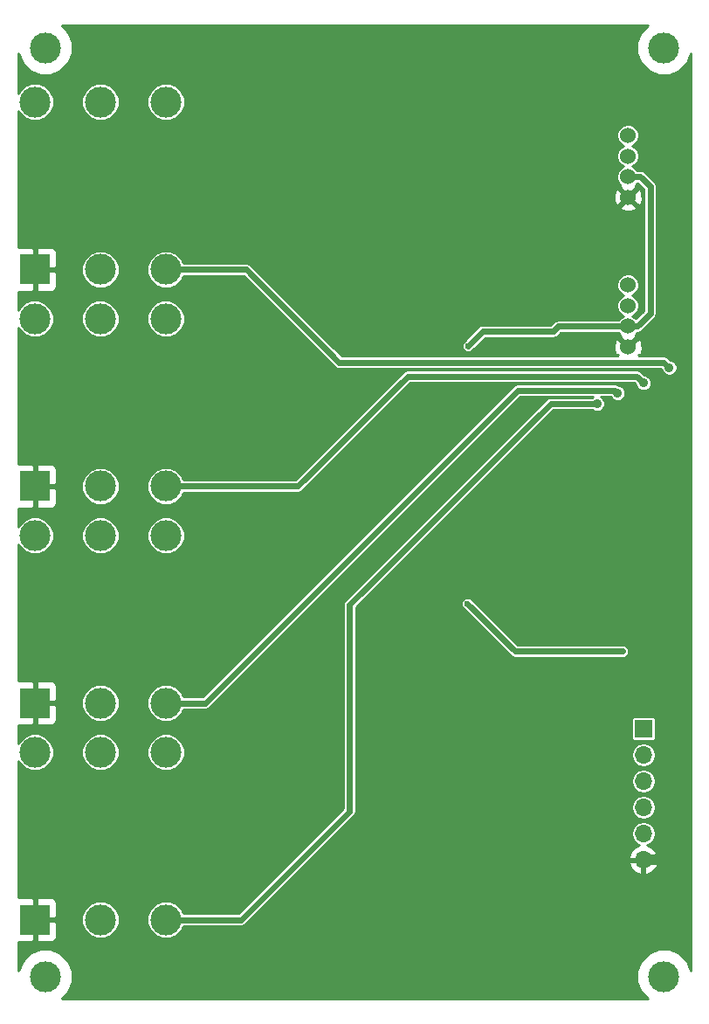
<source format=gbl>
G04 #@! TF.FileFunction,Copper,L2,Bot,Signal*
%FSLAX46Y46*%
G04 Gerber Fmt 4.6, Leading zero omitted, Abs format (unit mm)*
G04 Created by KiCad (PCBNEW 4.0.7) date 09/24/20 20:34:46*
%MOMM*%
%LPD*%
G01*
G04 APERTURE LIST*
%ADD10C,0.200000*%
%ADD11C,3.000000*%
%ADD12C,1.524000*%
%ADD13R,1.700000X1.700000*%
%ADD14O,1.700000X1.700000*%
%ADD15R,3.000000X3.000000*%
%ADD16C,0.600000*%
%ADD17C,0.500000*%
%ADD18C,0.889000*%
%ADD19C,0.600000*%
%ADD20C,1.000000*%
%ADD21C,0.254000*%
G04 APERTURE END LIST*
D10*
D11*
X214500000Y-81000000D03*
X214500000Y-171000000D03*
X154500000Y-171000000D03*
X154500000Y-81000000D03*
D12*
X211000000Y-104000000D03*
X211000000Y-106000000D03*
X211000000Y-108000000D03*
X211000000Y-110000000D03*
D13*
X212500000Y-147000000D03*
D14*
X212500000Y-149540000D03*
X212500000Y-152080000D03*
X212500000Y-154620000D03*
X212500000Y-157160000D03*
X212500000Y-159700000D03*
D12*
X211000000Y-89500000D03*
X211000000Y-91500000D03*
X211000000Y-93500000D03*
X211000000Y-95500000D03*
D11*
X159850000Y-86270000D03*
X166200000Y-86270000D03*
X153500000Y-86270000D03*
X159850000Y-102500000D03*
X166200000Y-102500000D03*
D15*
X153500000Y-102500000D03*
D11*
X159850000Y-107270000D03*
X166200000Y-107270000D03*
X153500000Y-107270000D03*
X159850000Y-123500000D03*
X166200000Y-123500000D03*
D15*
X153500000Y-123500000D03*
D11*
X159850000Y-128270000D03*
X166200000Y-128270000D03*
X153500000Y-128270000D03*
X159850000Y-144500000D03*
X166200000Y-144500000D03*
D15*
X153500000Y-144500000D03*
D11*
X159850000Y-149270000D03*
X166200000Y-149270000D03*
X153500000Y-149270000D03*
X159850000Y-165500000D03*
X166200000Y-165500000D03*
D15*
X153500000Y-165500000D03*
D16*
X210450000Y-139500000D03*
X195450000Y-134900000D03*
X195500000Y-109900000D03*
D17*
X203750000Y-108500000D03*
X213000000Y-143500000D03*
D18*
X215000000Y-112000000D03*
X212500000Y-113500000D03*
X210000000Y-114500000D03*
X208000000Y-115500000D03*
D19*
X203750000Y-108500000D02*
X196900000Y-108500000D01*
X200050000Y-139500000D02*
X210450000Y-139500000D01*
X195450000Y-134900000D02*
X200050000Y-139500000D01*
X196900000Y-108500000D02*
X195500000Y-109900000D01*
X204250000Y-108000000D02*
X211000000Y-108000000D01*
X203750000Y-108500000D02*
X204250000Y-108000000D01*
X211000000Y-93500000D02*
X212200000Y-93500000D01*
X211900000Y-108000000D02*
X211000000Y-108000000D01*
X213150000Y-106750000D02*
X211900000Y-108000000D01*
X213150000Y-94450000D02*
X213150000Y-106750000D01*
X212200000Y-93500000D02*
X213150000Y-94450000D01*
D20*
X213800000Y-159700000D02*
X212500000Y-159700000D01*
X215000000Y-158500000D02*
X213800000Y-159700000D01*
X215000000Y-145500000D02*
X215000000Y-158500000D01*
X213000000Y-143500000D02*
X215000000Y-145500000D01*
D19*
X174000000Y-102500000D02*
X166200000Y-102500000D01*
X183000000Y-111500000D02*
X174000000Y-102500000D01*
X214500000Y-111500000D02*
X183000000Y-111500000D01*
X215000000Y-112000000D02*
X214500000Y-111500000D01*
X179000000Y-123500000D02*
X166200000Y-123500000D01*
X189650000Y-112850000D02*
X179000000Y-123500000D01*
X211850000Y-112850000D02*
X189650000Y-112850000D01*
X212500000Y-113500000D02*
X211850000Y-112850000D01*
X170000000Y-144500000D02*
X166200000Y-144500000D01*
X200300000Y-114200000D02*
X170000000Y-144500000D01*
X209700000Y-114200000D02*
X200300000Y-114200000D01*
X210000000Y-114500000D02*
X209700000Y-114200000D01*
X173500000Y-165500000D02*
X166200000Y-165500000D01*
X184000000Y-155000000D02*
X173500000Y-165500000D01*
X184000000Y-135000000D02*
X184000000Y-155000000D01*
X203500000Y-115500000D02*
X184000000Y-135000000D01*
X208000000Y-115500000D02*
X203500000Y-115500000D01*
D21*
G36*
X212274236Y-79509981D02*
X211873457Y-80475165D01*
X211872545Y-81520250D01*
X212271639Y-82486132D01*
X213009981Y-83225764D01*
X213975165Y-83626543D01*
X215020250Y-83627455D01*
X215986132Y-83228361D01*
X216725764Y-82490019D01*
X217122494Y-81534586D01*
X217123000Y-81537131D01*
X217123000Y-170462869D01*
X217122181Y-170466986D01*
X216728361Y-169513868D01*
X215990019Y-168774236D01*
X215024835Y-168373457D01*
X213979750Y-168372545D01*
X213013868Y-168771639D01*
X212274236Y-169509981D01*
X211873457Y-170475165D01*
X211872545Y-171520250D01*
X212271639Y-172486132D01*
X212907396Y-173123000D01*
X156091677Y-173123000D01*
X156725764Y-172490019D01*
X157126543Y-171524835D01*
X157127455Y-170479750D01*
X156728361Y-169513868D01*
X155990019Y-168774236D01*
X155024835Y-168373457D01*
X153979750Y-168372545D01*
X153013868Y-168771639D01*
X152274236Y-169509981D01*
X151877506Y-170465414D01*
X151877000Y-170462869D01*
X151877000Y-167635000D01*
X153214250Y-167635000D01*
X153373000Y-167476250D01*
X153373000Y-165627000D01*
X153627000Y-165627000D01*
X153627000Y-167476250D01*
X153785750Y-167635000D01*
X155126310Y-167635000D01*
X155359699Y-167538327D01*
X155538327Y-167359698D01*
X155635000Y-167126309D01*
X155635000Y-165861818D01*
X158022684Y-165861818D01*
X158300242Y-166533560D01*
X158813736Y-167047952D01*
X159484993Y-167326682D01*
X160211818Y-167327316D01*
X160883560Y-167049758D01*
X161397952Y-166536264D01*
X161676682Y-165865007D01*
X161677316Y-165138182D01*
X161399758Y-164466440D01*
X160886264Y-163952048D01*
X160215007Y-163673318D01*
X159488182Y-163672684D01*
X158816440Y-163950242D01*
X158302048Y-164463736D01*
X158023318Y-165134993D01*
X158022684Y-165861818D01*
X155635000Y-165861818D01*
X155635000Y-165785750D01*
X155476250Y-165627000D01*
X153627000Y-165627000D01*
X153373000Y-165627000D01*
X153353000Y-165627000D01*
X153353000Y-165373000D01*
X153373000Y-165373000D01*
X153373000Y-163523750D01*
X153627000Y-163523750D01*
X153627000Y-165373000D01*
X155476250Y-165373000D01*
X155635000Y-165214250D01*
X155635000Y-163873691D01*
X155538327Y-163640302D01*
X155359699Y-163461673D01*
X155126310Y-163365000D01*
X153785750Y-163365000D01*
X153627000Y-163523750D01*
X153373000Y-163523750D01*
X153214250Y-163365000D01*
X151877000Y-163365000D01*
X151877000Y-150126301D01*
X151950242Y-150303560D01*
X152463736Y-150817952D01*
X153134993Y-151096682D01*
X153861818Y-151097316D01*
X154533560Y-150819758D01*
X155047952Y-150306264D01*
X155326682Y-149635007D01*
X155326684Y-149631818D01*
X158022684Y-149631818D01*
X158300242Y-150303560D01*
X158813736Y-150817952D01*
X159484993Y-151096682D01*
X160211818Y-151097316D01*
X160883560Y-150819758D01*
X161397952Y-150306264D01*
X161676682Y-149635007D01*
X161676684Y-149631818D01*
X164372684Y-149631818D01*
X164650242Y-150303560D01*
X165163736Y-150817952D01*
X165834993Y-151096682D01*
X166561818Y-151097316D01*
X167233560Y-150819758D01*
X167747952Y-150306264D01*
X168026682Y-149635007D01*
X168027316Y-148908182D01*
X167749758Y-148236440D01*
X167236264Y-147722048D01*
X166565007Y-147443318D01*
X165838182Y-147442684D01*
X165166440Y-147720242D01*
X164652048Y-148233736D01*
X164373318Y-148904993D01*
X164372684Y-149631818D01*
X161676684Y-149631818D01*
X161677316Y-148908182D01*
X161399758Y-148236440D01*
X160886264Y-147722048D01*
X160215007Y-147443318D01*
X159488182Y-147442684D01*
X158816440Y-147720242D01*
X158302048Y-148233736D01*
X158023318Y-148904993D01*
X158022684Y-149631818D01*
X155326684Y-149631818D01*
X155327316Y-148908182D01*
X155049758Y-148236440D01*
X154536264Y-147722048D01*
X153865007Y-147443318D01*
X153138182Y-147442684D01*
X152466440Y-147720242D01*
X151952048Y-148233736D01*
X151877000Y-148414472D01*
X151877000Y-146635000D01*
X153214250Y-146635000D01*
X153373000Y-146476250D01*
X153373000Y-144627000D01*
X153627000Y-144627000D01*
X153627000Y-146476250D01*
X153785750Y-146635000D01*
X155126310Y-146635000D01*
X155359699Y-146538327D01*
X155538327Y-146359698D01*
X155635000Y-146126309D01*
X155635000Y-144861818D01*
X158022684Y-144861818D01*
X158300242Y-145533560D01*
X158813736Y-146047952D01*
X159484993Y-146326682D01*
X160211818Y-146327316D01*
X160883560Y-146049758D01*
X161397952Y-145536264D01*
X161676682Y-144865007D01*
X161676684Y-144861818D01*
X164372684Y-144861818D01*
X164650242Y-145533560D01*
X165163736Y-146047952D01*
X165834993Y-146326682D01*
X166561818Y-146327316D01*
X167233560Y-146049758D01*
X167747952Y-145536264D01*
X167917893Y-145127000D01*
X170000000Y-145127000D01*
X170239943Y-145079272D01*
X170443356Y-144943356D01*
X200559712Y-114827000D01*
X207608499Y-114827000D01*
X207563551Y-114845572D01*
X207536075Y-114873000D01*
X203500000Y-114873000D01*
X203260057Y-114920728D01*
X203056644Y-115056644D01*
X183556644Y-134556644D01*
X183420728Y-134760057D01*
X183373000Y-135000000D01*
X183373000Y-154740288D01*
X173240288Y-164873000D01*
X167917745Y-164873000D01*
X167749758Y-164466440D01*
X167236264Y-163952048D01*
X166565007Y-163673318D01*
X165838182Y-163672684D01*
X165166440Y-163950242D01*
X164652048Y-164463736D01*
X164373318Y-165134993D01*
X164372684Y-165861818D01*
X164650242Y-166533560D01*
X165163736Y-167047952D01*
X165834993Y-167326682D01*
X166561818Y-167327316D01*
X167233560Y-167049758D01*
X167747952Y-166536264D01*
X167917893Y-166127000D01*
X173500000Y-166127000D01*
X173739943Y-166079272D01*
X173943356Y-165943356D01*
X179829822Y-160056890D01*
X211058524Y-160056890D01*
X211228355Y-160466924D01*
X211618642Y-160895183D01*
X212143108Y-161141486D01*
X212373000Y-161020819D01*
X212373000Y-159827000D01*
X212627000Y-159827000D01*
X212627000Y-161020819D01*
X212856892Y-161141486D01*
X213381358Y-160895183D01*
X213771645Y-160466924D01*
X213941476Y-160056890D01*
X213820155Y-159827000D01*
X212627000Y-159827000D01*
X212373000Y-159827000D01*
X211179845Y-159827000D01*
X211058524Y-160056890D01*
X179829822Y-160056890D01*
X180543602Y-159343110D01*
X211058524Y-159343110D01*
X211179845Y-159573000D01*
X212373000Y-159573000D01*
X212373000Y-159553000D01*
X212627000Y-159553000D01*
X212627000Y-159573000D01*
X213820155Y-159573000D01*
X213941476Y-159343110D01*
X213771645Y-158933076D01*
X213381358Y-158504817D01*
X212874965Y-158267001D01*
X212973477Y-158247406D01*
X213355324Y-157992265D01*
X213610465Y-157610418D01*
X213700059Y-157160000D01*
X213610465Y-156709582D01*
X213355324Y-156327735D01*
X212973477Y-156072594D01*
X212523059Y-155983000D01*
X212476941Y-155983000D01*
X212026523Y-156072594D01*
X211644676Y-156327735D01*
X211389535Y-156709582D01*
X211299941Y-157160000D01*
X211389535Y-157610418D01*
X211644676Y-157992265D01*
X212026523Y-158247406D01*
X212125035Y-158267001D01*
X211618642Y-158504817D01*
X211228355Y-158933076D01*
X211058524Y-159343110D01*
X180543602Y-159343110D01*
X184443356Y-155443356D01*
X184579272Y-155239943D01*
X184627000Y-155000000D01*
X184627000Y-154620000D01*
X211299941Y-154620000D01*
X211389535Y-155070418D01*
X211644676Y-155452265D01*
X212026523Y-155707406D01*
X212476941Y-155797000D01*
X212523059Y-155797000D01*
X212973477Y-155707406D01*
X213355324Y-155452265D01*
X213610465Y-155070418D01*
X213700059Y-154620000D01*
X213610465Y-154169582D01*
X213355324Y-153787735D01*
X212973477Y-153532594D01*
X212523059Y-153443000D01*
X212476941Y-153443000D01*
X212026523Y-153532594D01*
X211644676Y-153787735D01*
X211389535Y-154169582D01*
X211299941Y-154620000D01*
X184627000Y-154620000D01*
X184627000Y-152080000D01*
X211299941Y-152080000D01*
X211389535Y-152530418D01*
X211644676Y-152912265D01*
X212026523Y-153167406D01*
X212476941Y-153257000D01*
X212523059Y-153257000D01*
X212973477Y-153167406D01*
X213355324Y-152912265D01*
X213610465Y-152530418D01*
X213700059Y-152080000D01*
X213610465Y-151629582D01*
X213355324Y-151247735D01*
X212973477Y-150992594D01*
X212523059Y-150903000D01*
X212476941Y-150903000D01*
X212026523Y-150992594D01*
X211644676Y-151247735D01*
X211389535Y-151629582D01*
X211299941Y-152080000D01*
X184627000Y-152080000D01*
X184627000Y-149540000D01*
X211299941Y-149540000D01*
X211389535Y-149990418D01*
X211644676Y-150372265D01*
X212026523Y-150627406D01*
X212476941Y-150717000D01*
X212523059Y-150717000D01*
X212973477Y-150627406D01*
X213355324Y-150372265D01*
X213610465Y-149990418D01*
X213700059Y-149540000D01*
X213610465Y-149089582D01*
X213355324Y-148707735D01*
X212973477Y-148452594D01*
X212523059Y-148363000D01*
X212476941Y-148363000D01*
X212026523Y-148452594D01*
X211644676Y-148707735D01*
X211389535Y-149089582D01*
X211299941Y-149540000D01*
X184627000Y-149540000D01*
X184627000Y-146150000D01*
X211316594Y-146150000D01*
X211316594Y-147850000D01*
X211339395Y-147971179D01*
X211411012Y-148082474D01*
X211520286Y-148157138D01*
X211650000Y-148183406D01*
X213350000Y-148183406D01*
X213471179Y-148160605D01*
X213582474Y-148088988D01*
X213657138Y-147979714D01*
X213683406Y-147850000D01*
X213683406Y-146150000D01*
X213660605Y-146028821D01*
X213588988Y-145917526D01*
X213479714Y-145842862D01*
X213350000Y-145816594D01*
X211650000Y-145816594D01*
X211528821Y-145839395D01*
X211417526Y-145911012D01*
X211342862Y-146020286D01*
X211316594Y-146150000D01*
X184627000Y-146150000D01*
X184627000Y-135259712D01*
X184862541Y-135024171D01*
X194822891Y-135024171D01*
X194918145Y-135254703D01*
X195094369Y-135431235D01*
X195094632Y-135431344D01*
X199606644Y-139943356D01*
X199810057Y-140079272D01*
X200050000Y-140127000D01*
X210449453Y-140127000D01*
X210574171Y-140127109D01*
X210804703Y-140031855D01*
X210981235Y-139855631D01*
X211076891Y-139625265D01*
X211077109Y-139375829D01*
X210981855Y-139145297D01*
X210805631Y-138968765D01*
X210575265Y-138873109D01*
X210325829Y-138872891D01*
X210325565Y-138873000D01*
X200309712Y-138873000D01*
X195893743Y-134457031D01*
X195805631Y-134368765D01*
X195575265Y-134273109D01*
X195325829Y-134272891D01*
X195095297Y-134368145D01*
X194918765Y-134544369D01*
X194823109Y-134774735D01*
X194822891Y-135024171D01*
X184862541Y-135024171D01*
X203759712Y-116127000D01*
X207535791Y-116127000D01*
X207562410Y-116153665D01*
X207845866Y-116271366D01*
X208152788Y-116271634D01*
X208436449Y-116154428D01*
X208653665Y-115937590D01*
X208771366Y-115654134D01*
X208771634Y-115347212D01*
X208654428Y-115063551D01*
X208437590Y-114846335D01*
X208391026Y-114827000D01*
X209300349Y-114827000D01*
X209345572Y-114936449D01*
X209562410Y-115153665D01*
X209845866Y-115271366D01*
X210152788Y-115271634D01*
X210436449Y-115154428D01*
X210653665Y-114937590D01*
X210771366Y-114654134D01*
X210771634Y-114347212D01*
X210654428Y-114063551D01*
X210437590Y-113846335D01*
X210154134Y-113728634D01*
X210101367Y-113728588D01*
X210101035Y-113728366D01*
X209939943Y-113620728D01*
X209700000Y-113573000D01*
X200300000Y-113573000D01*
X200060058Y-113620727D01*
X199856644Y-113756644D01*
X169740288Y-143873000D01*
X167917745Y-143873000D01*
X167749758Y-143466440D01*
X167236264Y-142952048D01*
X166565007Y-142673318D01*
X165838182Y-142672684D01*
X165166440Y-142950242D01*
X164652048Y-143463736D01*
X164373318Y-144134993D01*
X164372684Y-144861818D01*
X161676684Y-144861818D01*
X161677316Y-144138182D01*
X161399758Y-143466440D01*
X160886264Y-142952048D01*
X160215007Y-142673318D01*
X159488182Y-142672684D01*
X158816440Y-142950242D01*
X158302048Y-143463736D01*
X158023318Y-144134993D01*
X158022684Y-144861818D01*
X155635000Y-144861818D01*
X155635000Y-144785750D01*
X155476250Y-144627000D01*
X153627000Y-144627000D01*
X153373000Y-144627000D01*
X153353000Y-144627000D01*
X153353000Y-144373000D01*
X153373000Y-144373000D01*
X153373000Y-142523750D01*
X153627000Y-142523750D01*
X153627000Y-144373000D01*
X155476250Y-144373000D01*
X155635000Y-144214250D01*
X155635000Y-142873691D01*
X155538327Y-142640302D01*
X155359699Y-142461673D01*
X155126310Y-142365000D01*
X153785750Y-142365000D01*
X153627000Y-142523750D01*
X153373000Y-142523750D01*
X153214250Y-142365000D01*
X151877000Y-142365000D01*
X151877000Y-129126301D01*
X151950242Y-129303560D01*
X152463736Y-129817952D01*
X153134993Y-130096682D01*
X153861818Y-130097316D01*
X154533560Y-129819758D01*
X155047952Y-129306264D01*
X155326682Y-128635007D01*
X155326684Y-128631818D01*
X158022684Y-128631818D01*
X158300242Y-129303560D01*
X158813736Y-129817952D01*
X159484993Y-130096682D01*
X160211818Y-130097316D01*
X160883560Y-129819758D01*
X161397952Y-129306264D01*
X161676682Y-128635007D01*
X161676684Y-128631818D01*
X164372684Y-128631818D01*
X164650242Y-129303560D01*
X165163736Y-129817952D01*
X165834993Y-130096682D01*
X166561818Y-130097316D01*
X167233560Y-129819758D01*
X167747952Y-129306264D01*
X168026682Y-128635007D01*
X168027316Y-127908182D01*
X167749758Y-127236440D01*
X167236264Y-126722048D01*
X166565007Y-126443318D01*
X165838182Y-126442684D01*
X165166440Y-126720242D01*
X164652048Y-127233736D01*
X164373318Y-127904993D01*
X164372684Y-128631818D01*
X161676684Y-128631818D01*
X161677316Y-127908182D01*
X161399758Y-127236440D01*
X160886264Y-126722048D01*
X160215007Y-126443318D01*
X159488182Y-126442684D01*
X158816440Y-126720242D01*
X158302048Y-127233736D01*
X158023318Y-127904993D01*
X158022684Y-128631818D01*
X155326684Y-128631818D01*
X155327316Y-127908182D01*
X155049758Y-127236440D01*
X154536264Y-126722048D01*
X153865007Y-126443318D01*
X153138182Y-126442684D01*
X152466440Y-126720242D01*
X151952048Y-127233736D01*
X151877000Y-127414472D01*
X151877000Y-125635000D01*
X153214250Y-125635000D01*
X153373000Y-125476250D01*
X153373000Y-123627000D01*
X153627000Y-123627000D01*
X153627000Y-125476250D01*
X153785750Y-125635000D01*
X155126310Y-125635000D01*
X155359699Y-125538327D01*
X155538327Y-125359698D01*
X155635000Y-125126309D01*
X155635000Y-123861818D01*
X158022684Y-123861818D01*
X158300242Y-124533560D01*
X158813736Y-125047952D01*
X159484993Y-125326682D01*
X160211818Y-125327316D01*
X160883560Y-125049758D01*
X161397952Y-124536264D01*
X161676682Y-123865007D01*
X161676684Y-123861818D01*
X164372684Y-123861818D01*
X164650242Y-124533560D01*
X165163736Y-125047952D01*
X165834993Y-125326682D01*
X166561818Y-125327316D01*
X167233560Y-125049758D01*
X167747952Y-124536264D01*
X167917893Y-124127000D01*
X179000000Y-124127000D01*
X179239943Y-124079272D01*
X179443356Y-123943356D01*
X189909712Y-113477000D01*
X211590288Y-113477000D01*
X211728399Y-113615111D01*
X211728366Y-113652788D01*
X211845572Y-113936449D01*
X212062410Y-114153665D01*
X212345866Y-114271366D01*
X212652788Y-114271634D01*
X212936449Y-114154428D01*
X213153665Y-113937590D01*
X213271366Y-113654134D01*
X213271634Y-113347212D01*
X213154428Y-113063551D01*
X212937590Y-112846335D01*
X212654134Y-112728634D01*
X212615312Y-112728600D01*
X212293356Y-112406644D01*
X212089943Y-112270728D01*
X211850000Y-112223000D01*
X189650000Y-112223000D01*
X189410057Y-112270728D01*
X189206644Y-112406644D01*
X178740288Y-122873000D01*
X167917745Y-122873000D01*
X167749758Y-122466440D01*
X167236264Y-121952048D01*
X166565007Y-121673318D01*
X165838182Y-121672684D01*
X165166440Y-121950242D01*
X164652048Y-122463736D01*
X164373318Y-123134993D01*
X164372684Y-123861818D01*
X161676684Y-123861818D01*
X161677316Y-123138182D01*
X161399758Y-122466440D01*
X160886264Y-121952048D01*
X160215007Y-121673318D01*
X159488182Y-121672684D01*
X158816440Y-121950242D01*
X158302048Y-122463736D01*
X158023318Y-123134993D01*
X158022684Y-123861818D01*
X155635000Y-123861818D01*
X155635000Y-123785750D01*
X155476250Y-123627000D01*
X153627000Y-123627000D01*
X153373000Y-123627000D01*
X153353000Y-123627000D01*
X153353000Y-123373000D01*
X153373000Y-123373000D01*
X153373000Y-121523750D01*
X153627000Y-121523750D01*
X153627000Y-123373000D01*
X155476250Y-123373000D01*
X155635000Y-123214250D01*
X155635000Y-121873691D01*
X155538327Y-121640302D01*
X155359699Y-121461673D01*
X155126310Y-121365000D01*
X153785750Y-121365000D01*
X153627000Y-121523750D01*
X153373000Y-121523750D01*
X153214250Y-121365000D01*
X151877000Y-121365000D01*
X151877000Y-108126301D01*
X151950242Y-108303560D01*
X152463736Y-108817952D01*
X153134993Y-109096682D01*
X153861818Y-109097316D01*
X154533560Y-108819758D01*
X155047952Y-108306264D01*
X155326682Y-107635007D01*
X155326684Y-107631818D01*
X158022684Y-107631818D01*
X158300242Y-108303560D01*
X158813736Y-108817952D01*
X159484993Y-109096682D01*
X160211818Y-109097316D01*
X160883560Y-108819758D01*
X161397952Y-108306264D01*
X161676682Y-107635007D01*
X161676684Y-107631818D01*
X164372684Y-107631818D01*
X164650242Y-108303560D01*
X165163736Y-108817952D01*
X165834993Y-109096682D01*
X166561818Y-109097316D01*
X167233560Y-108819758D01*
X167747952Y-108306264D01*
X168026682Y-107635007D01*
X168027316Y-106908182D01*
X167749758Y-106236440D01*
X167236264Y-105722048D01*
X166565007Y-105443318D01*
X165838182Y-105442684D01*
X165166440Y-105720242D01*
X164652048Y-106233736D01*
X164373318Y-106904993D01*
X164372684Y-107631818D01*
X161676684Y-107631818D01*
X161677316Y-106908182D01*
X161399758Y-106236440D01*
X160886264Y-105722048D01*
X160215007Y-105443318D01*
X159488182Y-105442684D01*
X158816440Y-105720242D01*
X158302048Y-106233736D01*
X158023318Y-106904993D01*
X158022684Y-107631818D01*
X155326684Y-107631818D01*
X155327316Y-106908182D01*
X155049758Y-106236440D01*
X154536264Y-105722048D01*
X153865007Y-105443318D01*
X153138182Y-105442684D01*
X152466440Y-105720242D01*
X151952048Y-106233736D01*
X151877000Y-106414472D01*
X151877000Y-104635000D01*
X153214250Y-104635000D01*
X153373000Y-104476250D01*
X153373000Y-102627000D01*
X153627000Y-102627000D01*
X153627000Y-104476250D01*
X153785750Y-104635000D01*
X155126310Y-104635000D01*
X155359699Y-104538327D01*
X155538327Y-104359698D01*
X155635000Y-104126309D01*
X155635000Y-102861818D01*
X158022684Y-102861818D01*
X158300242Y-103533560D01*
X158813736Y-104047952D01*
X159484993Y-104326682D01*
X160211818Y-104327316D01*
X160883560Y-104049758D01*
X161397952Y-103536264D01*
X161676682Y-102865007D01*
X161676684Y-102861818D01*
X164372684Y-102861818D01*
X164650242Y-103533560D01*
X165163736Y-104047952D01*
X165834993Y-104326682D01*
X166561818Y-104327316D01*
X167233560Y-104049758D01*
X167747952Y-103536264D01*
X167917893Y-103127000D01*
X173740288Y-103127000D01*
X182556644Y-111943356D01*
X182760057Y-112079272D01*
X183000000Y-112127000D01*
X214228389Y-112127000D01*
X214228366Y-112152788D01*
X214345572Y-112436449D01*
X214562410Y-112653665D01*
X214845866Y-112771366D01*
X215152788Y-112771634D01*
X215436449Y-112654428D01*
X215653665Y-112437590D01*
X215771366Y-112154134D01*
X215771634Y-111847212D01*
X215654428Y-111563551D01*
X215437590Y-111346335D01*
X215154134Y-111228634D01*
X215115312Y-111228600D01*
X214943356Y-111056644D01*
X214739943Y-110920728D01*
X214500000Y-110873000D01*
X212052608Y-110873000D01*
X211980215Y-110800607D01*
X212222397Y-110731143D01*
X212409144Y-110207698D01*
X212381362Y-109652632D01*
X212222397Y-109268857D01*
X211980213Y-109199392D01*
X211179605Y-110000000D01*
X211193748Y-110014143D01*
X211014143Y-110193748D01*
X211000000Y-110179605D01*
X210985858Y-110193748D01*
X210806253Y-110014143D01*
X210820395Y-110000000D01*
X210019787Y-109199392D01*
X209777603Y-109268857D01*
X209590856Y-109792302D01*
X209618638Y-110347368D01*
X209777603Y-110731143D01*
X210019785Y-110800607D01*
X209947392Y-110873000D01*
X183259712Y-110873000D01*
X182410883Y-110024171D01*
X194872891Y-110024171D01*
X194968145Y-110254703D01*
X195144369Y-110431235D01*
X195374735Y-110526891D01*
X195624171Y-110527109D01*
X195854703Y-110431855D01*
X196031235Y-110255631D01*
X196031344Y-110255368D01*
X197159712Y-109127000D01*
X203750000Y-109127000D01*
X203989943Y-109079272D01*
X204193356Y-108943356D01*
X204509712Y-108627000D01*
X210087170Y-108627000D01*
X210261861Y-108801995D01*
X210199392Y-109019787D01*
X211000000Y-109820395D01*
X211800608Y-109019787D01*
X211738115Y-108801909D01*
X211916646Y-108623689D01*
X212139943Y-108579272D01*
X212343356Y-108443356D01*
X213593356Y-107193356D01*
X213729273Y-106989942D01*
X213777000Y-106750000D01*
X213777000Y-94450000D01*
X213742708Y-94277603D01*
X213729273Y-94210058D01*
X213593356Y-94006644D01*
X212643356Y-93056644D01*
X212439943Y-92920728D01*
X212200000Y-92873000D01*
X211912830Y-92873000D01*
X211617674Y-92577329D01*
X211431482Y-92500015D01*
X211616063Y-92423748D01*
X211922671Y-92117674D01*
X212088811Y-91717566D01*
X212089189Y-91284335D01*
X211923748Y-90883937D01*
X211617674Y-90577329D01*
X211431482Y-90500015D01*
X211616063Y-90423748D01*
X211922671Y-90117674D01*
X212088811Y-89717566D01*
X212089189Y-89284335D01*
X211923748Y-88883937D01*
X211617674Y-88577329D01*
X211217566Y-88411189D01*
X210784335Y-88410811D01*
X210383937Y-88576252D01*
X210077329Y-88882326D01*
X209911189Y-89282434D01*
X209910811Y-89715665D01*
X210076252Y-90116063D01*
X210382326Y-90422671D01*
X210568518Y-90499985D01*
X210383937Y-90576252D01*
X210077329Y-90882326D01*
X209911189Y-91282434D01*
X209910811Y-91715665D01*
X210076252Y-92116063D01*
X210382326Y-92422671D01*
X210568518Y-92499985D01*
X210383937Y-92576252D01*
X210077329Y-92882326D01*
X209911189Y-93282434D01*
X209910811Y-93715665D01*
X210076252Y-94116063D01*
X210261861Y-94301995D01*
X210199392Y-94519787D01*
X211000000Y-95320395D01*
X211800608Y-94519787D01*
X211738115Y-94301909D01*
X211913329Y-94127000D01*
X211940288Y-94127000D01*
X212523000Y-94709712D01*
X212523000Y-106490288D01*
X211776678Y-107236610D01*
X211617674Y-107077329D01*
X211431482Y-107000015D01*
X211616063Y-106923748D01*
X211922671Y-106617674D01*
X212088811Y-106217566D01*
X212089189Y-105784335D01*
X211923748Y-105383937D01*
X211617674Y-105077329D01*
X211431482Y-105000015D01*
X211616063Y-104923748D01*
X211922671Y-104617674D01*
X212088811Y-104217566D01*
X212089189Y-103784335D01*
X211923748Y-103383937D01*
X211617674Y-103077329D01*
X211217566Y-102911189D01*
X210784335Y-102910811D01*
X210383937Y-103076252D01*
X210077329Y-103382326D01*
X209911189Y-103782434D01*
X209910811Y-104215665D01*
X210076252Y-104616063D01*
X210382326Y-104922671D01*
X210568518Y-104999985D01*
X210383937Y-105076252D01*
X210077329Y-105382326D01*
X209911189Y-105782434D01*
X209910811Y-106215665D01*
X210076252Y-106616063D01*
X210382326Y-106922671D01*
X210568518Y-106999985D01*
X210383937Y-107076252D01*
X210086671Y-107373000D01*
X204250000Y-107373000D01*
X204010058Y-107420727D01*
X203806644Y-107556644D01*
X203490288Y-107873000D01*
X196900000Y-107873000D01*
X196660057Y-107920728D01*
X196541418Y-108000000D01*
X196456644Y-108056644D01*
X195057031Y-109456257D01*
X194968765Y-109544369D01*
X194873109Y-109774735D01*
X194872891Y-110024171D01*
X182410883Y-110024171D01*
X174443356Y-102056644D01*
X174239943Y-101920728D01*
X174000000Y-101873000D01*
X167917745Y-101873000D01*
X167749758Y-101466440D01*
X167236264Y-100952048D01*
X166565007Y-100673318D01*
X165838182Y-100672684D01*
X165166440Y-100950242D01*
X164652048Y-101463736D01*
X164373318Y-102134993D01*
X164372684Y-102861818D01*
X161676684Y-102861818D01*
X161677316Y-102138182D01*
X161399758Y-101466440D01*
X160886264Y-100952048D01*
X160215007Y-100673318D01*
X159488182Y-100672684D01*
X158816440Y-100950242D01*
X158302048Y-101463736D01*
X158023318Y-102134993D01*
X158022684Y-102861818D01*
X155635000Y-102861818D01*
X155635000Y-102785750D01*
X155476250Y-102627000D01*
X153627000Y-102627000D01*
X153373000Y-102627000D01*
X153353000Y-102627000D01*
X153353000Y-102373000D01*
X153373000Y-102373000D01*
X153373000Y-100523750D01*
X153627000Y-100523750D01*
X153627000Y-102373000D01*
X155476250Y-102373000D01*
X155635000Y-102214250D01*
X155635000Y-100873691D01*
X155538327Y-100640302D01*
X155359699Y-100461673D01*
X155126310Y-100365000D01*
X153785750Y-100365000D01*
X153627000Y-100523750D01*
X153373000Y-100523750D01*
X153214250Y-100365000D01*
X151877000Y-100365000D01*
X151877000Y-96480213D01*
X210199392Y-96480213D01*
X210268857Y-96722397D01*
X210792302Y-96909144D01*
X211347368Y-96881362D01*
X211731143Y-96722397D01*
X211800608Y-96480213D01*
X211000000Y-95679605D01*
X210199392Y-96480213D01*
X151877000Y-96480213D01*
X151877000Y-95292302D01*
X209590856Y-95292302D01*
X209618638Y-95847368D01*
X209777603Y-96231143D01*
X210019787Y-96300608D01*
X210820395Y-95500000D01*
X211179605Y-95500000D01*
X211980213Y-96300608D01*
X212222397Y-96231143D01*
X212409144Y-95707698D01*
X212381362Y-95152632D01*
X212222397Y-94768857D01*
X211980213Y-94699392D01*
X211179605Y-95500000D01*
X210820395Y-95500000D01*
X210019787Y-94699392D01*
X209777603Y-94768857D01*
X209590856Y-95292302D01*
X151877000Y-95292302D01*
X151877000Y-87126301D01*
X151950242Y-87303560D01*
X152463736Y-87817952D01*
X153134993Y-88096682D01*
X153861818Y-88097316D01*
X154533560Y-87819758D01*
X155047952Y-87306264D01*
X155326682Y-86635007D01*
X155326684Y-86631818D01*
X158022684Y-86631818D01*
X158300242Y-87303560D01*
X158813736Y-87817952D01*
X159484993Y-88096682D01*
X160211818Y-88097316D01*
X160883560Y-87819758D01*
X161397952Y-87306264D01*
X161676682Y-86635007D01*
X161676684Y-86631818D01*
X164372684Y-86631818D01*
X164650242Y-87303560D01*
X165163736Y-87817952D01*
X165834993Y-88096682D01*
X166561818Y-88097316D01*
X167233560Y-87819758D01*
X167747952Y-87306264D01*
X168026682Y-86635007D01*
X168027316Y-85908182D01*
X167749758Y-85236440D01*
X167236264Y-84722048D01*
X166565007Y-84443318D01*
X165838182Y-84442684D01*
X165166440Y-84720242D01*
X164652048Y-85233736D01*
X164373318Y-85904993D01*
X164372684Y-86631818D01*
X161676684Y-86631818D01*
X161677316Y-85908182D01*
X161399758Y-85236440D01*
X160886264Y-84722048D01*
X160215007Y-84443318D01*
X159488182Y-84442684D01*
X158816440Y-84720242D01*
X158302048Y-85233736D01*
X158023318Y-85904993D01*
X158022684Y-86631818D01*
X155326684Y-86631818D01*
X155327316Y-85908182D01*
X155049758Y-85236440D01*
X154536264Y-84722048D01*
X153865007Y-84443318D01*
X153138182Y-84442684D01*
X152466440Y-84720242D01*
X151952048Y-85233736D01*
X151877000Y-85414472D01*
X151877000Y-81537131D01*
X151877819Y-81533014D01*
X152271639Y-82486132D01*
X153009981Y-83225764D01*
X153975165Y-83626543D01*
X155020250Y-83627455D01*
X155986132Y-83228361D01*
X156725764Y-82490019D01*
X157126543Y-81524835D01*
X157127455Y-80479750D01*
X156728361Y-79513868D01*
X156092604Y-78877000D01*
X212908323Y-78877000D01*
X212274236Y-79509981D01*
X212274236Y-79509981D01*
G37*
X212274236Y-79509981D02*
X211873457Y-80475165D01*
X211872545Y-81520250D01*
X212271639Y-82486132D01*
X213009981Y-83225764D01*
X213975165Y-83626543D01*
X215020250Y-83627455D01*
X215986132Y-83228361D01*
X216725764Y-82490019D01*
X217122494Y-81534586D01*
X217123000Y-81537131D01*
X217123000Y-170462869D01*
X217122181Y-170466986D01*
X216728361Y-169513868D01*
X215990019Y-168774236D01*
X215024835Y-168373457D01*
X213979750Y-168372545D01*
X213013868Y-168771639D01*
X212274236Y-169509981D01*
X211873457Y-170475165D01*
X211872545Y-171520250D01*
X212271639Y-172486132D01*
X212907396Y-173123000D01*
X156091677Y-173123000D01*
X156725764Y-172490019D01*
X157126543Y-171524835D01*
X157127455Y-170479750D01*
X156728361Y-169513868D01*
X155990019Y-168774236D01*
X155024835Y-168373457D01*
X153979750Y-168372545D01*
X153013868Y-168771639D01*
X152274236Y-169509981D01*
X151877506Y-170465414D01*
X151877000Y-170462869D01*
X151877000Y-167635000D01*
X153214250Y-167635000D01*
X153373000Y-167476250D01*
X153373000Y-165627000D01*
X153627000Y-165627000D01*
X153627000Y-167476250D01*
X153785750Y-167635000D01*
X155126310Y-167635000D01*
X155359699Y-167538327D01*
X155538327Y-167359698D01*
X155635000Y-167126309D01*
X155635000Y-165861818D01*
X158022684Y-165861818D01*
X158300242Y-166533560D01*
X158813736Y-167047952D01*
X159484993Y-167326682D01*
X160211818Y-167327316D01*
X160883560Y-167049758D01*
X161397952Y-166536264D01*
X161676682Y-165865007D01*
X161677316Y-165138182D01*
X161399758Y-164466440D01*
X160886264Y-163952048D01*
X160215007Y-163673318D01*
X159488182Y-163672684D01*
X158816440Y-163950242D01*
X158302048Y-164463736D01*
X158023318Y-165134993D01*
X158022684Y-165861818D01*
X155635000Y-165861818D01*
X155635000Y-165785750D01*
X155476250Y-165627000D01*
X153627000Y-165627000D01*
X153373000Y-165627000D01*
X153353000Y-165627000D01*
X153353000Y-165373000D01*
X153373000Y-165373000D01*
X153373000Y-163523750D01*
X153627000Y-163523750D01*
X153627000Y-165373000D01*
X155476250Y-165373000D01*
X155635000Y-165214250D01*
X155635000Y-163873691D01*
X155538327Y-163640302D01*
X155359699Y-163461673D01*
X155126310Y-163365000D01*
X153785750Y-163365000D01*
X153627000Y-163523750D01*
X153373000Y-163523750D01*
X153214250Y-163365000D01*
X151877000Y-163365000D01*
X151877000Y-150126301D01*
X151950242Y-150303560D01*
X152463736Y-150817952D01*
X153134993Y-151096682D01*
X153861818Y-151097316D01*
X154533560Y-150819758D01*
X155047952Y-150306264D01*
X155326682Y-149635007D01*
X155326684Y-149631818D01*
X158022684Y-149631818D01*
X158300242Y-150303560D01*
X158813736Y-150817952D01*
X159484993Y-151096682D01*
X160211818Y-151097316D01*
X160883560Y-150819758D01*
X161397952Y-150306264D01*
X161676682Y-149635007D01*
X161676684Y-149631818D01*
X164372684Y-149631818D01*
X164650242Y-150303560D01*
X165163736Y-150817952D01*
X165834993Y-151096682D01*
X166561818Y-151097316D01*
X167233560Y-150819758D01*
X167747952Y-150306264D01*
X168026682Y-149635007D01*
X168027316Y-148908182D01*
X167749758Y-148236440D01*
X167236264Y-147722048D01*
X166565007Y-147443318D01*
X165838182Y-147442684D01*
X165166440Y-147720242D01*
X164652048Y-148233736D01*
X164373318Y-148904993D01*
X164372684Y-149631818D01*
X161676684Y-149631818D01*
X161677316Y-148908182D01*
X161399758Y-148236440D01*
X160886264Y-147722048D01*
X160215007Y-147443318D01*
X159488182Y-147442684D01*
X158816440Y-147720242D01*
X158302048Y-148233736D01*
X158023318Y-148904993D01*
X158022684Y-149631818D01*
X155326684Y-149631818D01*
X155327316Y-148908182D01*
X155049758Y-148236440D01*
X154536264Y-147722048D01*
X153865007Y-147443318D01*
X153138182Y-147442684D01*
X152466440Y-147720242D01*
X151952048Y-148233736D01*
X151877000Y-148414472D01*
X151877000Y-146635000D01*
X153214250Y-146635000D01*
X153373000Y-146476250D01*
X153373000Y-144627000D01*
X153627000Y-144627000D01*
X153627000Y-146476250D01*
X153785750Y-146635000D01*
X155126310Y-146635000D01*
X155359699Y-146538327D01*
X155538327Y-146359698D01*
X155635000Y-146126309D01*
X155635000Y-144861818D01*
X158022684Y-144861818D01*
X158300242Y-145533560D01*
X158813736Y-146047952D01*
X159484993Y-146326682D01*
X160211818Y-146327316D01*
X160883560Y-146049758D01*
X161397952Y-145536264D01*
X161676682Y-144865007D01*
X161676684Y-144861818D01*
X164372684Y-144861818D01*
X164650242Y-145533560D01*
X165163736Y-146047952D01*
X165834993Y-146326682D01*
X166561818Y-146327316D01*
X167233560Y-146049758D01*
X167747952Y-145536264D01*
X167917893Y-145127000D01*
X170000000Y-145127000D01*
X170239943Y-145079272D01*
X170443356Y-144943356D01*
X200559712Y-114827000D01*
X207608499Y-114827000D01*
X207563551Y-114845572D01*
X207536075Y-114873000D01*
X203500000Y-114873000D01*
X203260057Y-114920728D01*
X203056644Y-115056644D01*
X183556644Y-134556644D01*
X183420728Y-134760057D01*
X183373000Y-135000000D01*
X183373000Y-154740288D01*
X173240288Y-164873000D01*
X167917745Y-164873000D01*
X167749758Y-164466440D01*
X167236264Y-163952048D01*
X166565007Y-163673318D01*
X165838182Y-163672684D01*
X165166440Y-163950242D01*
X164652048Y-164463736D01*
X164373318Y-165134993D01*
X164372684Y-165861818D01*
X164650242Y-166533560D01*
X165163736Y-167047952D01*
X165834993Y-167326682D01*
X166561818Y-167327316D01*
X167233560Y-167049758D01*
X167747952Y-166536264D01*
X167917893Y-166127000D01*
X173500000Y-166127000D01*
X173739943Y-166079272D01*
X173943356Y-165943356D01*
X179829822Y-160056890D01*
X211058524Y-160056890D01*
X211228355Y-160466924D01*
X211618642Y-160895183D01*
X212143108Y-161141486D01*
X212373000Y-161020819D01*
X212373000Y-159827000D01*
X212627000Y-159827000D01*
X212627000Y-161020819D01*
X212856892Y-161141486D01*
X213381358Y-160895183D01*
X213771645Y-160466924D01*
X213941476Y-160056890D01*
X213820155Y-159827000D01*
X212627000Y-159827000D01*
X212373000Y-159827000D01*
X211179845Y-159827000D01*
X211058524Y-160056890D01*
X179829822Y-160056890D01*
X180543602Y-159343110D01*
X211058524Y-159343110D01*
X211179845Y-159573000D01*
X212373000Y-159573000D01*
X212373000Y-159553000D01*
X212627000Y-159553000D01*
X212627000Y-159573000D01*
X213820155Y-159573000D01*
X213941476Y-159343110D01*
X213771645Y-158933076D01*
X213381358Y-158504817D01*
X212874965Y-158267001D01*
X212973477Y-158247406D01*
X213355324Y-157992265D01*
X213610465Y-157610418D01*
X213700059Y-157160000D01*
X213610465Y-156709582D01*
X213355324Y-156327735D01*
X212973477Y-156072594D01*
X212523059Y-155983000D01*
X212476941Y-155983000D01*
X212026523Y-156072594D01*
X211644676Y-156327735D01*
X211389535Y-156709582D01*
X211299941Y-157160000D01*
X211389535Y-157610418D01*
X211644676Y-157992265D01*
X212026523Y-158247406D01*
X212125035Y-158267001D01*
X211618642Y-158504817D01*
X211228355Y-158933076D01*
X211058524Y-159343110D01*
X180543602Y-159343110D01*
X184443356Y-155443356D01*
X184579272Y-155239943D01*
X184627000Y-155000000D01*
X184627000Y-154620000D01*
X211299941Y-154620000D01*
X211389535Y-155070418D01*
X211644676Y-155452265D01*
X212026523Y-155707406D01*
X212476941Y-155797000D01*
X212523059Y-155797000D01*
X212973477Y-155707406D01*
X213355324Y-155452265D01*
X213610465Y-155070418D01*
X213700059Y-154620000D01*
X213610465Y-154169582D01*
X213355324Y-153787735D01*
X212973477Y-153532594D01*
X212523059Y-153443000D01*
X212476941Y-153443000D01*
X212026523Y-153532594D01*
X211644676Y-153787735D01*
X211389535Y-154169582D01*
X211299941Y-154620000D01*
X184627000Y-154620000D01*
X184627000Y-152080000D01*
X211299941Y-152080000D01*
X211389535Y-152530418D01*
X211644676Y-152912265D01*
X212026523Y-153167406D01*
X212476941Y-153257000D01*
X212523059Y-153257000D01*
X212973477Y-153167406D01*
X213355324Y-152912265D01*
X213610465Y-152530418D01*
X213700059Y-152080000D01*
X213610465Y-151629582D01*
X213355324Y-151247735D01*
X212973477Y-150992594D01*
X212523059Y-150903000D01*
X212476941Y-150903000D01*
X212026523Y-150992594D01*
X211644676Y-151247735D01*
X211389535Y-151629582D01*
X211299941Y-152080000D01*
X184627000Y-152080000D01*
X184627000Y-149540000D01*
X211299941Y-149540000D01*
X211389535Y-149990418D01*
X211644676Y-150372265D01*
X212026523Y-150627406D01*
X212476941Y-150717000D01*
X212523059Y-150717000D01*
X212973477Y-150627406D01*
X213355324Y-150372265D01*
X213610465Y-149990418D01*
X213700059Y-149540000D01*
X213610465Y-149089582D01*
X213355324Y-148707735D01*
X212973477Y-148452594D01*
X212523059Y-148363000D01*
X212476941Y-148363000D01*
X212026523Y-148452594D01*
X211644676Y-148707735D01*
X211389535Y-149089582D01*
X211299941Y-149540000D01*
X184627000Y-149540000D01*
X184627000Y-146150000D01*
X211316594Y-146150000D01*
X211316594Y-147850000D01*
X211339395Y-147971179D01*
X211411012Y-148082474D01*
X211520286Y-148157138D01*
X211650000Y-148183406D01*
X213350000Y-148183406D01*
X213471179Y-148160605D01*
X213582474Y-148088988D01*
X213657138Y-147979714D01*
X213683406Y-147850000D01*
X213683406Y-146150000D01*
X213660605Y-146028821D01*
X213588988Y-145917526D01*
X213479714Y-145842862D01*
X213350000Y-145816594D01*
X211650000Y-145816594D01*
X211528821Y-145839395D01*
X211417526Y-145911012D01*
X211342862Y-146020286D01*
X211316594Y-146150000D01*
X184627000Y-146150000D01*
X184627000Y-135259712D01*
X184862541Y-135024171D01*
X194822891Y-135024171D01*
X194918145Y-135254703D01*
X195094369Y-135431235D01*
X195094632Y-135431344D01*
X199606644Y-139943356D01*
X199810057Y-140079272D01*
X200050000Y-140127000D01*
X210449453Y-140127000D01*
X210574171Y-140127109D01*
X210804703Y-140031855D01*
X210981235Y-139855631D01*
X211076891Y-139625265D01*
X211077109Y-139375829D01*
X210981855Y-139145297D01*
X210805631Y-138968765D01*
X210575265Y-138873109D01*
X210325829Y-138872891D01*
X210325565Y-138873000D01*
X200309712Y-138873000D01*
X195893743Y-134457031D01*
X195805631Y-134368765D01*
X195575265Y-134273109D01*
X195325829Y-134272891D01*
X195095297Y-134368145D01*
X194918765Y-134544369D01*
X194823109Y-134774735D01*
X194822891Y-135024171D01*
X184862541Y-135024171D01*
X203759712Y-116127000D01*
X207535791Y-116127000D01*
X207562410Y-116153665D01*
X207845866Y-116271366D01*
X208152788Y-116271634D01*
X208436449Y-116154428D01*
X208653665Y-115937590D01*
X208771366Y-115654134D01*
X208771634Y-115347212D01*
X208654428Y-115063551D01*
X208437590Y-114846335D01*
X208391026Y-114827000D01*
X209300349Y-114827000D01*
X209345572Y-114936449D01*
X209562410Y-115153665D01*
X209845866Y-115271366D01*
X210152788Y-115271634D01*
X210436449Y-115154428D01*
X210653665Y-114937590D01*
X210771366Y-114654134D01*
X210771634Y-114347212D01*
X210654428Y-114063551D01*
X210437590Y-113846335D01*
X210154134Y-113728634D01*
X210101367Y-113728588D01*
X210101035Y-113728366D01*
X209939943Y-113620728D01*
X209700000Y-113573000D01*
X200300000Y-113573000D01*
X200060058Y-113620727D01*
X199856644Y-113756644D01*
X169740288Y-143873000D01*
X167917745Y-143873000D01*
X167749758Y-143466440D01*
X167236264Y-142952048D01*
X166565007Y-142673318D01*
X165838182Y-142672684D01*
X165166440Y-142950242D01*
X164652048Y-143463736D01*
X164373318Y-144134993D01*
X164372684Y-144861818D01*
X161676684Y-144861818D01*
X161677316Y-144138182D01*
X161399758Y-143466440D01*
X160886264Y-142952048D01*
X160215007Y-142673318D01*
X159488182Y-142672684D01*
X158816440Y-142950242D01*
X158302048Y-143463736D01*
X158023318Y-144134993D01*
X158022684Y-144861818D01*
X155635000Y-144861818D01*
X155635000Y-144785750D01*
X155476250Y-144627000D01*
X153627000Y-144627000D01*
X153373000Y-144627000D01*
X153353000Y-144627000D01*
X153353000Y-144373000D01*
X153373000Y-144373000D01*
X153373000Y-142523750D01*
X153627000Y-142523750D01*
X153627000Y-144373000D01*
X155476250Y-144373000D01*
X155635000Y-144214250D01*
X155635000Y-142873691D01*
X155538327Y-142640302D01*
X155359699Y-142461673D01*
X155126310Y-142365000D01*
X153785750Y-142365000D01*
X153627000Y-142523750D01*
X153373000Y-142523750D01*
X153214250Y-142365000D01*
X151877000Y-142365000D01*
X151877000Y-129126301D01*
X151950242Y-129303560D01*
X152463736Y-129817952D01*
X153134993Y-130096682D01*
X153861818Y-130097316D01*
X154533560Y-129819758D01*
X155047952Y-129306264D01*
X155326682Y-128635007D01*
X155326684Y-128631818D01*
X158022684Y-128631818D01*
X158300242Y-129303560D01*
X158813736Y-129817952D01*
X159484993Y-130096682D01*
X160211818Y-130097316D01*
X160883560Y-129819758D01*
X161397952Y-129306264D01*
X161676682Y-128635007D01*
X161676684Y-128631818D01*
X164372684Y-128631818D01*
X164650242Y-129303560D01*
X165163736Y-129817952D01*
X165834993Y-130096682D01*
X166561818Y-130097316D01*
X167233560Y-129819758D01*
X167747952Y-129306264D01*
X168026682Y-128635007D01*
X168027316Y-127908182D01*
X167749758Y-127236440D01*
X167236264Y-126722048D01*
X166565007Y-126443318D01*
X165838182Y-126442684D01*
X165166440Y-126720242D01*
X164652048Y-127233736D01*
X164373318Y-127904993D01*
X164372684Y-128631818D01*
X161676684Y-128631818D01*
X161677316Y-127908182D01*
X161399758Y-127236440D01*
X160886264Y-126722048D01*
X160215007Y-126443318D01*
X159488182Y-126442684D01*
X158816440Y-126720242D01*
X158302048Y-127233736D01*
X158023318Y-127904993D01*
X158022684Y-128631818D01*
X155326684Y-128631818D01*
X155327316Y-127908182D01*
X155049758Y-127236440D01*
X154536264Y-126722048D01*
X153865007Y-126443318D01*
X153138182Y-126442684D01*
X152466440Y-126720242D01*
X151952048Y-127233736D01*
X151877000Y-127414472D01*
X151877000Y-125635000D01*
X153214250Y-125635000D01*
X153373000Y-125476250D01*
X153373000Y-123627000D01*
X153627000Y-123627000D01*
X153627000Y-125476250D01*
X153785750Y-125635000D01*
X155126310Y-125635000D01*
X155359699Y-125538327D01*
X155538327Y-125359698D01*
X155635000Y-125126309D01*
X155635000Y-123861818D01*
X158022684Y-123861818D01*
X158300242Y-124533560D01*
X158813736Y-125047952D01*
X159484993Y-125326682D01*
X160211818Y-125327316D01*
X160883560Y-125049758D01*
X161397952Y-124536264D01*
X161676682Y-123865007D01*
X161676684Y-123861818D01*
X164372684Y-123861818D01*
X164650242Y-124533560D01*
X165163736Y-125047952D01*
X165834993Y-125326682D01*
X166561818Y-125327316D01*
X167233560Y-125049758D01*
X167747952Y-124536264D01*
X167917893Y-124127000D01*
X179000000Y-124127000D01*
X179239943Y-124079272D01*
X179443356Y-123943356D01*
X189909712Y-113477000D01*
X211590288Y-113477000D01*
X211728399Y-113615111D01*
X211728366Y-113652788D01*
X211845572Y-113936449D01*
X212062410Y-114153665D01*
X212345866Y-114271366D01*
X212652788Y-114271634D01*
X212936449Y-114154428D01*
X213153665Y-113937590D01*
X213271366Y-113654134D01*
X213271634Y-113347212D01*
X213154428Y-113063551D01*
X212937590Y-112846335D01*
X212654134Y-112728634D01*
X212615312Y-112728600D01*
X212293356Y-112406644D01*
X212089943Y-112270728D01*
X211850000Y-112223000D01*
X189650000Y-112223000D01*
X189410057Y-112270728D01*
X189206644Y-112406644D01*
X178740288Y-122873000D01*
X167917745Y-122873000D01*
X167749758Y-122466440D01*
X167236264Y-121952048D01*
X166565007Y-121673318D01*
X165838182Y-121672684D01*
X165166440Y-121950242D01*
X164652048Y-122463736D01*
X164373318Y-123134993D01*
X164372684Y-123861818D01*
X161676684Y-123861818D01*
X161677316Y-123138182D01*
X161399758Y-122466440D01*
X160886264Y-121952048D01*
X160215007Y-121673318D01*
X159488182Y-121672684D01*
X158816440Y-121950242D01*
X158302048Y-122463736D01*
X158023318Y-123134993D01*
X158022684Y-123861818D01*
X155635000Y-123861818D01*
X155635000Y-123785750D01*
X155476250Y-123627000D01*
X153627000Y-123627000D01*
X153373000Y-123627000D01*
X153353000Y-123627000D01*
X153353000Y-123373000D01*
X153373000Y-123373000D01*
X153373000Y-121523750D01*
X153627000Y-121523750D01*
X153627000Y-123373000D01*
X155476250Y-123373000D01*
X155635000Y-123214250D01*
X155635000Y-121873691D01*
X155538327Y-121640302D01*
X155359699Y-121461673D01*
X155126310Y-121365000D01*
X153785750Y-121365000D01*
X153627000Y-121523750D01*
X153373000Y-121523750D01*
X153214250Y-121365000D01*
X151877000Y-121365000D01*
X151877000Y-108126301D01*
X151950242Y-108303560D01*
X152463736Y-108817952D01*
X153134993Y-109096682D01*
X153861818Y-109097316D01*
X154533560Y-108819758D01*
X155047952Y-108306264D01*
X155326682Y-107635007D01*
X155326684Y-107631818D01*
X158022684Y-107631818D01*
X158300242Y-108303560D01*
X158813736Y-108817952D01*
X159484993Y-109096682D01*
X160211818Y-109097316D01*
X160883560Y-108819758D01*
X161397952Y-108306264D01*
X161676682Y-107635007D01*
X161676684Y-107631818D01*
X164372684Y-107631818D01*
X164650242Y-108303560D01*
X165163736Y-108817952D01*
X165834993Y-109096682D01*
X166561818Y-109097316D01*
X167233560Y-108819758D01*
X167747952Y-108306264D01*
X168026682Y-107635007D01*
X168027316Y-106908182D01*
X167749758Y-106236440D01*
X167236264Y-105722048D01*
X166565007Y-105443318D01*
X165838182Y-105442684D01*
X165166440Y-105720242D01*
X164652048Y-106233736D01*
X164373318Y-106904993D01*
X164372684Y-107631818D01*
X161676684Y-107631818D01*
X161677316Y-106908182D01*
X161399758Y-106236440D01*
X160886264Y-105722048D01*
X160215007Y-105443318D01*
X159488182Y-105442684D01*
X158816440Y-105720242D01*
X158302048Y-106233736D01*
X158023318Y-106904993D01*
X158022684Y-107631818D01*
X155326684Y-107631818D01*
X155327316Y-106908182D01*
X155049758Y-106236440D01*
X154536264Y-105722048D01*
X153865007Y-105443318D01*
X153138182Y-105442684D01*
X152466440Y-105720242D01*
X151952048Y-106233736D01*
X151877000Y-106414472D01*
X151877000Y-104635000D01*
X153214250Y-104635000D01*
X153373000Y-104476250D01*
X153373000Y-102627000D01*
X153627000Y-102627000D01*
X153627000Y-104476250D01*
X153785750Y-104635000D01*
X155126310Y-104635000D01*
X155359699Y-104538327D01*
X155538327Y-104359698D01*
X155635000Y-104126309D01*
X155635000Y-102861818D01*
X158022684Y-102861818D01*
X158300242Y-103533560D01*
X158813736Y-104047952D01*
X159484993Y-104326682D01*
X160211818Y-104327316D01*
X160883560Y-104049758D01*
X161397952Y-103536264D01*
X161676682Y-102865007D01*
X161676684Y-102861818D01*
X164372684Y-102861818D01*
X164650242Y-103533560D01*
X165163736Y-104047952D01*
X165834993Y-104326682D01*
X166561818Y-104327316D01*
X167233560Y-104049758D01*
X167747952Y-103536264D01*
X167917893Y-103127000D01*
X173740288Y-103127000D01*
X182556644Y-111943356D01*
X182760057Y-112079272D01*
X183000000Y-112127000D01*
X214228389Y-112127000D01*
X214228366Y-112152788D01*
X214345572Y-112436449D01*
X214562410Y-112653665D01*
X214845866Y-112771366D01*
X215152788Y-112771634D01*
X215436449Y-112654428D01*
X215653665Y-112437590D01*
X215771366Y-112154134D01*
X215771634Y-111847212D01*
X215654428Y-111563551D01*
X215437590Y-111346335D01*
X215154134Y-111228634D01*
X215115312Y-111228600D01*
X214943356Y-111056644D01*
X214739943Y-110920728D01*
X214500000Y-110873000D01*
X212052608Y-110873000D01*
X211980215Y-110800607D01*
X212222397Y-110731143D01*
X212409144Y-110207698D01*
X212381362Y-109652632D01*
X212222397Y-109268857D01*
X211980213Y-109199392D01*
X211179605Y-110000000D01*
X211193748Y-110014143D01*
X211014143Y-110193748D01*
X211000000Y-110179605D01*
X210985858Y-110193748D01*
X210806253Y-110014143D01*
X210820395Y-110000000D01*
X210019787Y-109199392D01*
X209777603Y-109268857D01*
X209590856Y-109792302D01*
X209618638Y-110347368D01*
X209777603Y-110731143D01*
X210019785Y-110800607D01*
X209947392Y-110873000D01*
X183259712Y-110873000D01*
X182410883Y-110024171D01*
X194872891Y-110024171D01*
X194968145Y-110254703D01*
X195144369Y-110431235D01*
X195374735Y-110526891D01*
X195624171Y-110527109D01*
X195854703Y-110431855D01*
X196031235Y-110255631D01*
X196031344Y-110255368D01*
X197159712Y-109127000D01*
X203750000Y-109127000D01*
X203989943Y-109079272D01*
X204193356Y-108943356D01*
X204509712Y-108627000D01*
X210087170Y-108627000D01*
X210261861Y-108801995D01*
X210199392Y-109019787D01*
X211000000Y-109820395D01*
X211800608Y-109019787D01*
X211738115Y-108801909D01*
X211916646Y-108623689D01*
X212139943Y-108579272D01*
X212343356Y-108443356D01*
X213593356Y-107193356D01*
X213729273Y-106989942D01*
X213777000Y-106750000D01*
X213777000Y-94450000D01*
X213742708Y-94277603D01*
X213729273Y-94210058D01*
X213593356Y-94006644D01*
X212643356Y-93056644D01*
X212439943Y-92920728D01*
X212200000Y-92873000D01*
X211912830Y-92873000D01*
X211617674Y-92577329D01*
X211431482Y-92500015D01*
X211616063Y-92423748D01*
X211922671Y-92117674D01*
X212088811Y-91717566D01*
X212089189Y-91284335D01*
X211923748Y-90883937D01*
X211617674Y-90577329D01*
X211431482Y-90500015D01*
X211616063Y-90423748D01*
X211922671Y-90117674D01*
X212088811Y-89717566D01*
X212089189Y-89284335D01*
X211923748Y-88883937D01*
X211617674Y-88577329D01*
X211217566Y-88411189D01*
X210784335Y-88410811D01*
X210383937Y-88576252D01*
X210077329Y-88882326D01*
X209911189Y-89282434D01*
X209910811Y-89715665D01*
X210076252Y-90116063D01*
X210382326Y-90422671D01*
X210568518Y-90499985D01*
X210383937Y-90576252D01*
X210077329Y-90882326D01*
X209911189Y-91282434D01*
X209910811Y-91715665D01*
X210076252Y-92116063D01*
X210382326Y-92422671D01*
X210568518Y-92499985D01*
X210383937Y-92576252D01*
X210077329Y-92882326D01*
X209911189Y-93282434D01*
X209910811Y-93715665D01*
X210076252Y-94116063D01*
X210261861Y-94301995D01*
X210199392Y-94519787D01*
X211000000Y-95320395D01*
X211800608Y-94519787D01*
X211738115Y-94301909D01*
X211913329Y-94127000D01*
X211940288Y-94127000D01*
X212523000Y-94709712D01*
X212523000Y-106490288D01*
X211776678Y-107236610D01*
X211617674Y-107077329D01*
X211431482Y-107000015D01*
X211616063Y-106923748D01*
X211922671Y-106617674D01*
X212088811Y-106217566D01*
X212089189Y-105784335D01*
X211923748Y-105383937D01*
X211617674Y-105077329D01*
X211431482Y-105000015D01*
X211616063Y-104923748D01*
X211922671Y-104617674D01*
X212088811Y-104217566D01*
X212089189Y-103784335D01*
X211923748Y-103383937D01*
X211617674Y-103077329D01*
X211217566Y-102911189D01*
X210784335Y-102910811D01*
X210383937Y-103076252D01*
X210077329Y-103382326D01*
X209911189Y-103782434D01*
X209910811Y-104215665D01*
X210076252Y-104616063D01*
X210382326Y-104922671D01*
X210568518Y-104999985D01*
X210383937Y-105076252D01*
X210077329Y-105382326D01*
X209911189Y-105782434D01*
X209910811Y-106215665D01*
X210076252Y-106616063D01*
X210382326Y-106922671D01*
X210568518Y-106999985D01*
X210383937Y-107076252D01*
X210086671Y-107373000D01*
X204250000Y-107373000D01*
X204010058Y-107420727D01*
X203806644Y-107556644D01*
X203490288Y-107873000D01*
X196900000Y-107873000D01*
X196660057Y-107920728D01*
X196541418Y-108000000D01*
X196456644Y-108056644D01*
X195057031Y-109456257D01*
X194968765Y-109544369D01*
X194873109Y-109774735D01*
X194872891Y-110024171D01*
X182410883Y-110024171D01*
X174443356Y-102056644D01*
X174239943Y-101920728D01*
X174000000Y-101873000D01*
X167917745Y-101873000D01*
X167749758Y-101466440D01*
X167236264Y-100952048D01*
X166565007Y-100673318D01*
X165838182Y-100672684D01*
X165166440Y-100950242D01*
X164652048Y-101463736D01*
X164373318Y-102134993D01*
X164372684Y-102861818D01*
X161676684Y-102861818D01*
X161677316Y-102138182D01*
X161399758Y-101466440D01*
X160886264Y-100952048D01*
X160215007Y-100673318D01*
X159488182Y-100672684D01*
X158816440Y-100950242D01*
X158302048Y-101463736D01*
X158023318Y-102134993D01*
X158022684Y-102861818D01*
X155635000Y-102861818D01*
X155635000Y-102785750D01*
X155476250Y-102627000D01*
X153627000Y-102627000D01*
X153373000Y-102627000D01*
X153353000Y-102627000D01*
X153353000Y-102373000D01*
X153373000Y-102373000D01*
X153373000Y-100523750D01*
X153627000Y-100523750D01*
X153627000Y-102373000D01*
X155476250Y-102373000D01*
X155635000Y-102214250D01*
X155635000Y-100873691D01*
X155538327Y-100640302D01*
X155359699Y-100461673D01*
X155126310Y-100365000D01*
X153785750Y-100365000D01*
X153627000Y-100523750D01*
X153373000Y-100523750D01*
X153214250Y-100365000D01*
X151877000Y-100365000D01*
X151877000Y-96480213D01*
X210199392Y-96480213D01*
X210268857Y-96722397D01*
X210792302Y-96909144D01*
X211347368Y-96881362D01*
X211731143Y-96722397D01*
X211800608Y-96480213D01*
X211000000Y-95679605D01*
X210199392Y-96480213D01*
X151877000Y-96480213D01*
X151877000Y-95292302D01*
X209590856Y-95292302D01*
X209618638Y-95847368D01*
X209777603Y-96231143D01*
X210019787Y-96300608D01*
X210820395Y-95500000D01*
X211179605Y-95500000D01*
X211980213Y-96300608D01*
X212222397Y-96231143D01*
X212409144Y-95707698D01*
X212381362Y-95152632D01*
X212222397Y-94768857D01*
X211980213Y-94699392D01*
X211179605Y-95500000D01*
X210820395Y-95500000D01*
X210019787Y-94699392D01*
X209777603Y-94768857D01*
X209590856Y-95292302D01*
X151877000Y-95292302D01*
X151877000Y-87126301D01*
X151950242Y-87303560D01*
X152463736Y-87817952D01*
X153134993Y-88096682D01*
X153861818Y-88097316D01*
X154533560Y-87819758D01*
X155047952Y-87306264D01*
X155326682Y-86635007D01*
X155326684Y-86631818D01*
X158022684Y-86631818D01*
X158300242Y-87303560D01*
X158813736Y-87817952D01*
X159484993Y-88096682D01*
X160211818Y-88097316D01*
X160883560Y-87819758D01*
X161397952Y-87306264D01*
X161676682Y-86635007D01*
X161676684Y-86631818D01*
X164372684Y-86631818D01*
X164650242Y-87303560D01*
X165163736Y-87817952D01*
X165834993Y-88096682D01*
X166561818Y-88097316D01*
X167233560Y-87819758D01*
X167747952Y-87306264D01*
X168026682Y-86635007D01*
X168027316Y-85908182D01*
X167749758Y-85236440D01*
X167236264Y-84722048D01*
X166565007Y-84443318D01*
X165838182Y-84442684D01*
X165166440Y-84720242D01*
X164652048Y-85233736D01*
X164373318Y-85904993D01*
X164372684Y-86631818D01*
X161676684Y-86631818D01*
X161677316Y-85908182D01*
X161399758Y-85236440D01*
X160886264Y-84722048D01*
X160215007Y-84443318D01*
X159488182Y-84442684D01*
X158816440Y-84720242D01*
X158302048Y-85233736D01*
X158023318Y-85904993D01*
X158022684Y-86631818D01*
X155326684Y-86631818D01*
X155327316Y-85908182D01*
X155049758Y-85236440D01*
X154536264Y-84722048D01*
X153865007Y-84443318D01*
X153138182Y-84442684D01*
X152466440Y-84720242D01*
X151952048Y-85233736D01*
X151877000Y-85414472D01*
X151877000Y-81537131D01*
X151877819Y-81533014D01*
X152271639Y-82486132D01*
X153009981Y-83225764D01*
X153975165Y-83626543D01*
X155020250Y-83627455D01*
X155986132Y-83228361D01*
X156725764Y-82490019D01*
X157126543Y-81524835D01*
X157127455Y-80479750D01*
X156728361Y-79513868D01*
X156092604Y-78877000D01*
X212908323Y-78877000D01*
X212274236Y-79509981D01*
M02*

</source>
